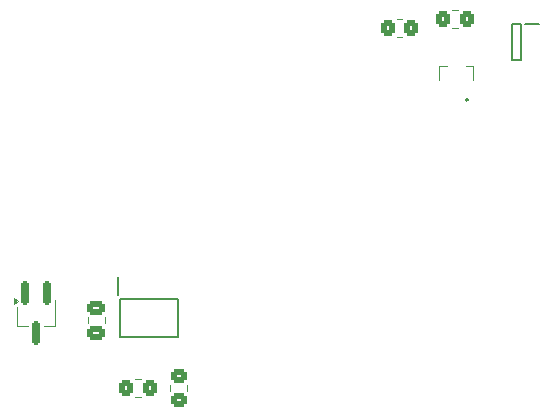
<source format=gbo>
G04 #@! TF.GenerationSoftware,KiCad,Pcbnew,8.0.8*
G04 #@! TF.CreationDate,2025-03-23T17:19:21+09:00*
G04 #@! TF.ProjectId,mainBorad,6d61696e-426f-4726-9164-2e6b69636164,rev?*
G04 #@! TF.SameCoordinates,Original*
G04 #@! TF.FileFunction,Legend,Bot*
G04 #@! TF.FilePolarity,Positive*
%FSLAX46Y46*%
G04 Gerber Fmt 4.6, Leading zero omitted, Abs format (unit mm)*
G04 Created by KiCad (PCBNEW 8.0.8) date 2025-03-23 17:19:21*
%MOMM*%
%LPD*%
G01*
G04 APERTURE LIST*
G04 Aperture macros list*
%AMRoundRect*
0 Rectangle with rounded corners*
0 $1 Rounding radius*
0 $2 $3 $4 $5 $6 $7 $8 $9 X,Y pos of 4 corners*
0 Add a 4 corners polygon primitive as box body*
4,1,4,$2,$3,$4,$5,$6,$7,$8,$9,$2,$3,0*
0 Add four circle primitives for the rounded corners*
1,1,$1+$1,$2,$3*
1,1,$1+$1,$4,$5*
1,1,$1+$1,$6,$7*
1,1,$1+$1,$8,$9*
0 Add four rect primitives between the rounded corners*
20,1,$1+$1,$2,$3,$4,$5,0*
20,1,$1+$1,$4,$5,$6,$7,0*
20,1,$1+$1,$6,$7,$8,$9,0*
20,1,$1+$1,$8,$9,$2,$3,0*%
G04 Aperture macros list end*
%ADD10C,0.120000*%
%ADD11C,0.200000*%
%ADD12C,0.100000*%
%ADD13C,1.600000*%
%ADD14O,1.600000X1.600000*%
%ADD15C,2.450000*%
%ADD16C,2.300000*%
%ADD17R,1.600000X2.400000*%
%ADD18O,1.600000X2.400000*%
%ADD19R,1.217000X1.217000*%
%ADD20C,1.217000*%
%ADD21R,1.800000X1.800000*%
%ADD22O,1.800000X1.800000*%
%ADD23C,1.800000*%
%ADD24C,4.455000*%
%ADD25R,1.100000X1.800000*%
%ADD26RoundRect,0.275000X-0.275000X-0.625000X0.275000X-0.625000X0.275000X0.625000X-0.275000X0.625000X0*%
%ADD27R,1.200000X1.200000*%
%ADD28C,1.200000*%
%ADD29R,1.600000X1.600000*%
%ADD30R,2.400000X1.600000*%
%ADD31O,2.400000X1.600000*%
%ADD32R,1.700000X1.700000*%
%ADD33O,1.700000X1.700000*%
%ADD34R,1.800000X1.100000*%
%ADD35RoundRect,0.275000X-0.625000X0.275000X-0.625000X-0.275000X0.625000X-0.275000X0.625000X0.275000X0*%
%ADD36C,1.635000*%
%ADD37R,2.200000X2.200000*%
%ADD38O,2.200000X2.200000*%
%ADD39RoundRect,0.275000X0.625000X-0.275000X0.625000X0.275000X-0.625000X0.275000X-0.625000X-0.275000X0*%
%ADD40RoundRect,0.275000X0.275000X0.625000X-0.275000X0.625000X-0.275000X-0.625000X0.275000X-0.625000X0*%
%ADD41RoundRect,0.250000X-0.600000X-0.725000X0.600000X-0.725000X0.600000X0.725000X-0.600000X0.725000X0*%
%ADD42O,1.700000X1.950000*%
%ADD43R,2.250000X2.250000*%
%ADD44C,2.250000*%
%ADD45R,1.500000X1.500000*%
%ADD46C,1.500000*%
%ADD47C,4.350000*%
%ADD48C,2.400000*%
%ADD49R,1.305000X1.305000*%
%ADD50C,1.305000*%
%ADD51C,1.575000*%
%ADD52C,3.500000*%
%ADD53R,2.000000X1.905000*%
%ADD54O,2.000000X1.905000*%
%ADD55R,3.500000X3.500000*%
%ADD56RoundRect,0.750000X-1.000000X0.750000X-1.000000X-0.750000X1.000000X-0.750000X1.000000X0.750000X0*%
%ADD57RoundRect,0.875000X-0.875000X0.875000X-0.875000X-0.875000X0.875000X-0.875000X0.875000X0.875000X0*%
%ADD58R,2.000000X2.000000*%
%ADD59C,2.000000*%
%ADD60RoundRect,0.250000X0.350000X0.450000X-0.350000X0.450000X-0.350000X-0.450000X0.350000X-0.450000X0*%
%ADD61RoundRect,0.250000X0.450000X-0.350000X0.450000X0.350000X-0.450000X0.350000X-0.450000X-0.350000X0*%
%ADD62R,1.150000X0.600000*%
%ADD63RoundRect,0.250000X0.475000X-0.337500X0.475000X0.337500X-0.475000X0.337500X-0.475000X-0.337500X0*%
%ADD64RoundRect,0.250000X-0.350000X-0.450000X0.350000X-0.450000X0.350000X0.450000X-0.350000X0.450000X0*%
%ADD65R,0.950000X1.000000*%
%ADD66RoundRect,0.175000X-0.175000X0.825000X-0.175000X-0.825000X0.175000X-0.825000X0.175000X0.825000X0*%
%ADD67R,0.650000X1.551000*%
G04 APERTURE END LIST*
D10*
X107357936Y-39270000D02*
X107812064Y-39270000D01*
X107357936Y-40740000D02*
X107812064Y-40740000D01*
X88165000Y-70257936D02*
X88165000Y-70712064D01*
X89635000Y-70257936D02*
X89635000Y-70712064D01*
D11*
X117130000Y-39715000D02*
X117880000Y-39715000D01*
X117130000Y-42715000D02*
X117130000Y-39715000D01*
X117880000Y-39715000D02*
X117880000Y-42715000D01*
X117880000Y-42715000D02*
X117130000Y-42715000D01*
X118230000Y-39715000D02*
X119380000Y-39715000D01*
D10*
X81180000Y-64508748D02*
X81180000Y-65031252D01*
X82650000Y-64508748D02*
X82650000Y-65031252D01*
X85682064Y-69750000D02*
X85227936Y-69750000D01*
X85682064Y-71220000D02*
X85227936Y-71220000D01*
D12*
X110945000Y-43255000D02*
X111595000Y-43255000D01*
X110945000Y-44405000D02*
X110945000Y-43255000D01*
X113195000Y-43255000D02*
X113845000Y-43255000D01*
D11*
X113195000Y-46105000D02*
X113195000Y-46105000D01*
X113395000Y-46105000D02*
X113395000Y-46105000D01*
D12*
X113845000Y-43255000D02*
X113845000Y-44405000D01*
D11*
X113195000Y-46105000D02*
G75*
G02*
X113395000Y-46105000I100000J0D01*
G01*
X113395000Y-46105000D02*
G75*
G02*
X113195000Y-46105000I-100000J0D01*
G01*
D10*
X75225000Y-65210000D02*
X75225000Y-63610000D01*
X76135000Y-65210000D02*
X75235000Y-65210000D01*
X78445000Y-65210000D02*
X77535000Y-65210000D01*
X78445000Y-65210000D02*
X78445000Y-63060000D01*
X75275000Y-63110000D02*
X74945000Y-63350000D01*
X74945000Y-62870000D01*
X75275000Y-63110000D01*
G36*
X75275000Y-63110000D02*
G01*
X74945000Y-63350000D01*
X74945000Y-62870000D01*
X75275000Y-63110000D01*
G37*
D11*
X83780000Y-62628500D02*
X83780000Y-61077500D01*
X83916000Y-62978500D02*
X88804000Y-62978500D01*
X83916000Y-66176500D02*
X83916000Y-62978500D01*
X88804000Y-62978500D02*
X88804000Y-66176500D01*
X88804000Y-66176500D02*
X83916000Y-66176500D01*
D10*
X112511064Y-38508000D02*
X112056936Y-38508000D01*
X112511064Y-39978000D02*
X112056936Y-39978000D01*
%LPC*%
D13*
X69330000Y-116165000D03*
D14*
X69330000Y-118705000D03*
D15*
X152770000Y-32805000D03*
X152220000Y-27305000D03*
X157720000Y-27305000D03*
D16*
X157170000Y-32805000D03*
D13*
X168275000Y-120650000D03*
D14*
X165735000Y-120650000D03*
D13*
X77470000Y-123375000D03*
D14*
X77470000Y-125915000D03*
D13*
X53340000Y-138430000D03*
D14*
X55880000Y-138430000D03*
D17*
X217790000Y-122555000D03*
D18*
X215250000Y-122555000D03*
X212710000Y-122555000D03*
X210170000Y-122555000D03*
X207630000Y-122555000D03*
X205090000Y-122555000D03*
X202550000Y-122555000D03*
X200010000Y-122555000D03*
X200010000Y-130175000D03*
X202550000Y-130175000D03*
X205090000Y-130175000D03*
X207630000Y-130175000D03*
X210170000Y-130175000D03*
X212710000Y-130175000D03*
X215250000Y-130175000D03*
X217790000Y-130175000D03*
D19*
X34925000Y-139065000D03*
D20*
X34925000Y-136525000D03*
X34925000Y-133985000D03*
D15*
X165650000Y-32805000D03*
X165100000Y-27305000D03*
X170600000Y-27305000D03*
D16*
X170050000Y-32805000D03*
D21*
X176530000Y-82550000D03*
D22*
X173990000Y-82550000D03*
D19*
X34145000Y-116205000D03*
D20*
X34145000Y-113665000D03*
X34145000Y-111125000D03*
D13*
X165960000Y-123825000D03*
D14*
X168500000Y-123825000D03*
D13*
X167230000Y-59055000D03*
D14*
X169770000Y-59055000D03*
D13*
X92075000Y-116840000D03*
D14*
X92075000Y-119380000D03*
D23*
X153685000Y-67865000D03*
X153685000Y-65365000D03*
X153685000Y-62865000D03*
D24*
X146685000Y-69765000D03*
X146685000Y-60965000D03*
D13*
X162560000Y-46130000D03*
D14*
X162560000Y-43590000D03*
D13*
X106680000Y-133985000D03*
D14*
X109220000Y-133985000D03*
D25*
X165735000Y-83585000D03*
D26*
X167005000Y-81515000D03*
X168275000Y-83585000D03*
D13*
X182245000Y-82550000D03*
D14*
X179705000Y-82550000D03*
D27*
X112935000Y-138430000D03*
D28*
X114935000Y-138430000D03*
D13*
X139065000Y-116840000D03*
X139065000Y-121840000D03*
X85725000Y-128905000D03*
D14*
X83185000Y-128905000D03*
D13*
X66900000Y-133350000D03*
D14*
X69440000Y-133350000D03*
D13*
X37320000Y-127000000D03*
X32320000Y-127000000D03*
D29*
X179295000Y-135160000D03*
D13*
X179295000Y-137160000D03*
X198345000Y-118745000D03*
D14*
X198345000Y-116205000D03*
D27*
X178975000Y-71120000D03*
D28*
X180975000Y-71120000D03*
D30*
X41275000Y-119380000D03*
D31*
X41275000Y-121920000D03*
X41275000Y-124460000D03*
X41275000Y-127000000D03*
X48895000Y-127000000D03*
X48895000Y-124460000D03*
X48895000Y-121920000D03*
X48895000Y-119380000D03*
D13*
X53565000Y-133350000D03*
D14*
X56105000Y-133350000D03*
D13*
X217790000Y-118745000D03*
D14*
X217790000Y-116205000D03*
D13*
X160245000Y-55880000D03*
D14*
X162785000Y-55880000D03*
D13*
X214615000Y-118745000D03*
D14*
X214615000Y-116205000D03*
D13*
X135255000Y-76530000D03*
X135255000Y-71530000D03*
X186055000Y-82550000D03*
D14*
X188595000Y-82550000D03*
D32*
X68580000Y-109855000D03*
X192405000Y-63000000D03*
D33*
X194945000Y-63000000D03*
D34*
X84055000Y-123190000D03*
D35*
X86125000Y-124460000D03*
X84055000Y-125730000D03*
D13*
X105410000Y-116205000D03*
X110410000Y-116205000D03*
D19*
X188185000Y-114300000D03*
D20*
X185645000Y-114300000D03*
X183105000Y-114300000D03*
D13*
X47625000Y-133350000D03*
D14*
X45085000Y-133350000D03*
D13*
X199375000Y-135890000D03*
D14*
X199375000Y-133350000D03*
D34*
X114535000Y-121285000D03*
D35*
X116605000Y-122555000D03*
X114535000Y-123825000D03*
D36*
X34925000Y-96000000D03*
X37465000Y-96000000D03*
X40005000Y-96000000D03*
X32385000Y-96000000D03*
X42545000Y-96000000D03*
D13*
X123432600Y-116285000D03*
X123432600Y-121285000D03*
X135255000Y-60325000D03*
D14*
X135255000Y-57785000D03*
D29*
X47030000Y-53975000D03*
D13*
X49530000Y-53975000D03*
D37*
X49312200Y-60325000D03*
D38*
X44232200Y-60325000D03*
D13*
X140560000Y-129460000D03*
D14*
X143100000Y-129460000D03*
D13*
X69810000Y-46990000D03*
X64810000Y-46990000D03*
X49570000Y-68580000D03*
X54570000Y-68580000D03*
D30*
X176530000Y-38005000D03*
D31*
X176530000Y-40545000D03*
X176530000Y-43085000D03*
X176530000Y-45625000D03*
X176530000Y-48165000D03*
X176530000Y-50705000D03*
X176530000Y-53245000D03*
X184150000Y-53245000D03*
X184150000Y-50705000D03*
X184150000Y-48165000D03*
X184150000Y-45625000D03*
X184150000Y-43085000D03*
X184150000Y-40545000D03*
X184150000Y-38005000D03*
D13*
X85725000Y-116840000D03*
D14*
X85725000Y-119380000D03*
D30*
X128157600Y-123190000D03*
D31*
X128157600Y-125730000D03*
X128157600Y-128270000D03*
X135777600Y-128270000D03*
X135777600Y-125730000D03*
X135777600Y-123190000D03*
D13*
X142240000Y-125730000D03*
D14*
X139700000Y-125730000D03*
D34*
X169145000Y-50165000D03*
D35*
X171215000Y-51435000D03*
X169145000Y-52705000D03*
D13*
X184215000Y-123825000D03*
X189215000Y-123825000D03*
X174360000Y-129540000D03*
D14*
X174360000Y-132080000D03*
D21*
X162150000Y-123825000D03*
D22*
X159610000Y-123825000D03*
D13*
X213545000Y-68580000D03*
D14*
X211005000Y-68580000D03*
D13*
X135890000Y-132715000D03*
D14*
X133350000Y-132715000D03*
D13*
X46765000Y-106680000D03*
D14*
X44225000Y-106680000D03*
D34*
X122205000Y-139065000D03*
D39*
X120135000Y-137795000D03*
X122205000Y-136525000D03*
D34*
X61995000Y-140335000D03*
D39*
X59925000Y-139065000D03*
X61995000Y-137795000D03*
D27*
X120015000Y-144780000D03*
D28*
X122015000Y-144780000D03*
D25*
X91440000Y-129775000D03*
D40*
X90170000Y-131845000D03*
X88900000Y-129775000D03*
D32*
X219000000Y-44540000D03*
D33*
X219000000Y-42000000D03*
D27*
X141510000Y-110490000D03*
D28*
X143510000Y-110490000D03*
D13*
X169545000Y-78105000D03*
D14*
X169545000Y-75565000D03*
D21*
X188595000Y-51340000D03*
D22*
X188595000Y-48800000D03*
D13*
X90805000Y-137795000D03*
D14*
X88265000Y-137795000D03*
D13*
X158115000Y-83105000D03*
X158115000Y-78105000D03*
D41*
X64930000Y-80645000D03*
D42*
X67430000Y-80645000D03*
X69930000Y-80645000D03*
X72430000Y-80645000D03*
X74930000Y-80645000D03*
D15*
X139700000Y-32805000D03*
X139150000Y-27305000D03*
X144650000Y-27305000D03*
D16*
X144100000Y-32805000D03*
D32*
X36830000Y-37465000D03*
D33*
X39370000Y-37465000D03*
D13*
X65520000Y-118665000D03*
X65520000Y-113665000D03*
D27*
X149130000Y-132635000D03*
D28*
X151130000Y-132635000D03*
D29*
X56047000Y-80518000D03*
D13*
X58547000Y-80518000D03*
X152400000Y-51210000D03*
D14*
X152400000Y-48670000D03*
D13*
X218425000Y-135890000D03*
D14*
X218425000Y-133350000D03*
D32*
X49530000Y-37465000D03*
D33*
X46990000Y-37465000D03*
D13*
X135665000Y-136525000D03*
D14*
X133125000Y-136525000D03*
D29*
X197470000Y-109895000D03*
D13*
X197470000Y-112395000D03*
X114300000Y-133985000D03*
D14*
X111760000Y-133985000D03*
D13*
X155575000Y-51210000D03*
D14*
X155575000Y-48670000D03*
D30*
X95210000Y-128920000D03*
D31*
X95210000Y-131460000D03*
X95210000Y-134000000D03*
X102830000Y-134000000D03*
X102830000Y-131460000D03*
X102830000Y-128920000D03*
D13*
X173990000Y-120650000D03*
D14*
X171450000Y-120650000D03*
D29*
X179295000Y-120690000D03*
D13*
X179295000Y-123190000D03*
X60325000Y-133350000D03*
D14*
X62865000Y-133350000D03*
D19*
X34925000Y-45720000D03*
D20*
X40025000Y-48310000D03*
D34*
X55455000Y-123190000D03*
D39*
X53385000Y-121920000D03*
X55455000Y-120650000D03*
D21*
X188595000Y-45625000D03*
D22*
X188595000Y-43085000D03*
D30*
X36180000Y-79385000D03*
D31*
X36180000Y-81925000D03*
X36180000Y-84465000D03*
X36180000Y-87005000D03*
X43800000Y-87005000D03*
X43800000Y-84465000D03*
X43800000Y-81925000D03*
X43800000Y-79385000D03*
D13*
X182655000Y-59055000D03*
D14*
X180115000Y-59055000D03*
D32*
X60960000Y-73025000D03*
D33*
X63500000Y-73025000D03*
X66040000Y-73025000D03*
D21*
X158975000Y-128905000D03*
D22*
X156435000Y-128905000D03*
D13*
X175895000Y-65405000D03*
D14*
X173355000Y-65405000D03*
D43*
X104380000Y-34290000D03*
D44*
X111880000Y-34290000D03*
X119380000Y-34290000D03*
X106880000Y-36790000D03*
X116880000Y-36790000D03*
X106880000Y-24390000D03*
X116880000Y-24390000D03*
D29*
X194295000Y-133350000D03*
D13*
X194295000Y-135850000D03*
D27*
X142145000Y-137795000D03*
D28*
X144145000Y-137795000D03*
D29*
X203820000Y-116245000D03*
D13*
X203820000Y-118745000D03*
D25*
X173355000Y-58820000D03*
D26*
X174625000Y-56750000D03*
X175895000Y-58820000D03*
D13*
X97155000Y-137795000D03*
D14*
X99695000Y-137795000D03*
D34*
X108185000Y-109855000D03*
D35*
X110255000Y-111125000D03*
X108185000Y-112395000D03*
D27*
X148495000Y-110490000D03*
D28*
X150495000Y-110490000D03*
D36*
X62865000Y-30225000D03*
X65405000Y-30225000D03*
X67945000Y-30225000D03*
X67945000Y-25145000D03*
X62865000Y-25145000D03*
D34*
X67825000Y-124420000D03*
D39*
X65755000Y-123150000D03*
X67825000Y-121880000D03*
D13*
X149225000Y-118030000D03*
D14*
X151765000Y-118030000D03*
D13*
X207645000Y-83820000D03*
D14*
X205105000Y-83820000D03*
D21*
X188595000Y-57055000D03*
D22*
X188595000Y-54515000D03*
D13*
X188595000Y-38005000D03*
D14*
X188595000Y-40545000D03*
D32*
X142235000Y-40005000D03*
D33*
X139695000Y-40005000D03*
X137155000Y-40005000D03*
X134615000Y-40005000D03*
X132075000Y-40005000D03*
D13*
X162150000Y-120650000D03*
D14*
X159610000Y-120650000D03*
D25*
X193040000Y-77235000D03*
D26*
X194310000Y-75165000D03*
X195580000Y-77235000D03*
D13*
X75565000Y-109855000D03*
D14*
X73025000Y-109855000D03*
D45*
X67310000Y-99550000D03*
D46*
X67310000Y-97050000D03*
X67310000Y-94550000D03*
X67310000Y-92050000D03*
D47*
X56310000Y-101600000D03*
X56310000Y-90000000D03*
D45*
X114946700Y-98635000D03*
D46*
X114946700Y-100635000D03*
X114946700Y-90635000D03*
X114946700Y-96635000D03*
X114946700Y-94635000D03*
X114946700Y-92635000D03*
D24*
X103946700Y-101435000D03*
X103946700Y-89835000D03*
D13*
X208055000Y-68580000D03*
D14*
X205515000Y-68580000D03*
D48*
X210185000Y-30945000D03*
X193885000Y-30945000D03*
X210185000Y-24645000D03*
X193885000Y-24645000D03*
X210185000Y-37245000D03*
X193885000Y-37245000D03*
D13*
X49911000Y-79121000D03*
D14*
X47371000Y-79121000D03*
D32*
X36825000Y-41910000D03*
D33*
X39365000Y-41910000D03*
D13*
X160020000Y-59690000D03*
D14*
X162560000Y-59690000D03*
D13*
X82550000Y-116840000D03*
D14*
X82550000Y-119380000D03*
D32*
X175485000Y-113030000D03*
D33*
X172945000Y-113030000D03*
D27*
X178975000Y-76835000D03*
D28*
X180975000Y-76835000D03*
D45*
X212090000Y-99380000D03*
D46*
X212090000Y-96880000D03*
X212090000Y-94380000D03*
X212090000Y-91880000D03*
D47*
X201090000Y-101430000D03*
X201090000Y-89830000D03*
D34*
X91725000Y-125730000D03*
D39*
X89655000Y-124460000D03*
X91725000Y-123190000D03*
D13*
X161810000Y-78105000D03*
D14*
X161810000Y-75565000D03*
D13*
X173355000Y-78105000D03*
D14*
X173355000Y-75565000D03*
D13*
X202550000Y-135890000D03*
D14*
X202550000Y-133350000D03*
D45*
X186851700Y-99412500D03*
D46*
X186851700Y-96912500D03*
X186851700Y-94412500D03*
X186851700Y-91912500D03*
D47*
X175851700Y-101462500D03*
X175851700Y-89862500D03*
D27*
X74835000Y-115570000D03*
D28*
X76835000Y-115570000D03*
D32*
X77470000Y-51060000D03*
D33*
X80010000Y-51060000D03*
X82550000Y-51060000D03*
D29*
X57190000Y-53975000D03*
D13*
X59690000Y-53975000D03*
X161515000Y-69215000D03*
D14*
X164055000Y-69215000D03*
D13*
X211440000Y-118745000D03*
D14*
X211440000Y-116205000D03*
D13*
X213345000Y-109220000D03*
X218345000Y-109220000D03*
D32*
X97790000Y-80665000D03*
D33*
X100330000Y-80665000D03*
X102870000Y-80665000D03*
X105410000Y-80665000D03*
X107950000Y-80665000D03*
X110490000Y-80665000D03*
X113030000Y-80665000D03*
X115570000Y-80665000D03*
D13*
X169545000Y-65405000D03*
D14*
X167005000Y-65405000D03*
D13*
X132080000Y-60325000D03*
D14*
X132080000Y-57785000D03*
D27*
X135890000Y-140970000D03*
D28*
X137890000Y-140970000D03*
D13*
X71120000Y-53975000D03*
D14*
X63500000Y-53975000D03*
D49*
X61595000Y-41275000D03*
D50*
X64135000Y-41275000D03*
X66675000Y-41275000D03*
D13*
X215250000Y-135890000D03*
D14*
X215250000Y-133350000D03*
D30*
X41550000Y-110520000D03*
D31*
X41550000Y-113060000D03*
X41550000Y-115600000D03*
X49170000Y-115600000D03*
X49170000Y-113060000D03*
X49170000Y-110520000D03*
D13*
X36050000Y-122555000D03*
D14*
X33510000Y-122555000D03*
D27*
X80550000Y-136525000D03*
D28*
X82550000Y-136525000D03*
D13*
X128270000Y-140335000D03*
D14*
X130810000Y-140335000D03*
D13*
X113665000Y-116205000D03*
X118665000Y-116205000D03*
X212075000Y-135890000D03*
D14*
X212075000Y-133350000D03*
D13*
X194930000Y-118745000D03*
D14*
X194930000Y-116205000D03*
D13*
X208265000Y-118745000D03*
D14*
X208265000Y-116205000D03*
D13*
X130175000Y-136525000D03*
D14*
X127635000Y-136525000D03*
D13*
X77470000Y-129540000D03*
D14*
X77470000Y-132080000D03*
D34*
X108185000Y-121285000D03*
D35*
X110255000Y-122555000D03*
X108185000Y-123825000D03*
D13*
X36050000Y-106045000D03*
D14*
X33510000Y-106045000D03*
D21*
X149225000Y-121840000D03*
D22*
X151765000Y-121840000D03*
D34*
X101835000Y-109855000D03*
D35*
X103905000Y-111125000D03*
X101835000Y-112395000D03*
D29*
X199430000Y-76200000D03*
D13*
X201930000Y-76200000D03*
X163420000Y-136525000D03*
D14*
X165960000Y-136525000D03*
D32*
X49530000Y-41910000D03*
D33*
X46990000Y-41910000D03*
D19*
X86360000Y-109710000D03*
D20*
X83820000Y-109710000D03*
X81280000Y-109710000D03*
D34*
X122320000Y-131445000D03*
D39*
X120250000Y-130175000D03*
X122320000Y-128905000D03*
D13*
X59055000Y-107315000D03*
D14*
X56515000Y-107315000D03*
D25*
X186690000Y-77235000D03*
D26*
X187960000Y-75165000D03*
X189230000Y-77235000D03*
D30*
X128157600Y-114300000D03*
D31*
X128157600Y-116840000D03*
X128157600Y-119380000D03*
X135777600Y-119380000D03*
X135777600Y-116840000D03*
X135777600Y-114300000D03*
D13*
X49610000Y-74295000D03*
X54610000Y-74295000D03*
X60365000Y-128270000D03*
X65365000Y-128270000D03*
D34*
X162795000Y-50165000D03*
D35*
X164865000Y-51435000D03*
X162795000Y-52705000D03*
D29*
X193635000Y-69380000D03*
D13*
X195635000Y-69380000D03*
D51*
X100965000Y-46670000D03*
X94465000Y-46670000D03*
X100965000Y-42170000D03*
X94465000Y-42170000D03*
D13*
X160245000Y-136525000D03*
D14*
X157705000Y-136525000D03*
D13*
X134227600Y-110490000D03*
D14*
X136767600Y-110490000D03*
D13*
X128270000Y-110490000D03*
D14*
X130810000Y-110490000D03*
D13*
X208900000Y-135890000D03*
D14*
X208900000Y-133350000D03*
D45*
X91278300Y-99522500D03*
D46*
X91278300Y-97022500D03*
X91278300Y-94522500D03*
X91278300Y-92022500D03*
D47*
X80278300Y-101572500D03*
X80278300Y-89972500D03*
D21*
X166370000Y-40415000D03*
D22*
X166370000Y-37875000D03*
D13*
X192390000Y-123825000D03*
D14*
X194930000Y-123825000D03*
D25*
X167005000Y-70885000D03*
D26*
X168275000Y-68815000D03*
X169545000Y-70885000D03*
D13*
X173355000Y-69215000D03*
D14*
X175895000Y-69215000D03*
D34*
X61360000Y-123190000D03*
D39*
X59290000Y-121920000D03*
X61360000Y-120650000D03*
D13*
X108585000Y-138430000D03*
D14*
X106045000Y-138430000D03*
D13*
X207855000Y-109220000D03*
D14*
X210395000Y-109220000D03*
D13*
X162745000Y-140335000D03*
X157745000Y-140335000D03*
X142875000Y-116840000D03*
X142875000Y-121840000D03*
D52*
X30035000Y-71120000D03*
D53*
X46695000Y-73660000D03*
D54*
X46695000Y-71120000D03*
X46695000Y-68580000D03*
D13*
X184135000Y-127000000D03*
X189135000Y-127000000D03*
D27*
X121825000Y-111125000D03*
D28*
X123825000Y-111125000D03*
D13*
X45085000Y-137160000D03*
D14*
X47625000Y-137160000D03*
D13*
X173990000Y-123825000D03*
D14*
X171450000Y-123825000D03*
D13*
X102155000Y-116205000D03*
X97155000Y-116205000D03*
X157295000Y-132080000D03*
X162295000Y-132080000D03*
X161290000Y-65405000D03*
D14*
X163830000Y-65405000D03*
D45*
X138915000Y-99495000D03*
D46*
X138915000Y-96995000D03*
X138915000Y-94495000D03*
X138915000Y-91995000D03*
D47*
X127915000Y-101545000D03*
X127915000Y-89945000D03*
D13*
X53340000Y-128270000D03*
D14*
X55880000Y-128270000D03*
D13*
X162560000Y-40415000D03*
D14*
X162560000Y-37875000D03*
D13*
X151130000Y-138350000D03*
D14*
X148590000Y-138350000D03*
D13*
X106680000Y-129540000D03*
D14*
X109220000Y-129540000D03*
D43*
X80885000Y-34290000D03*
D44*
X88385000Y-34290000D03*
X95885000Y-34290000D03*
X83385000Y-36790000D03*
X93385000Y-36790000D03*
X83385000Y-24390000D03*
X93385000Y-24390000D03*
D13*
X165735000Y-78105000D03*
D14*
X165735000Y-75565000D03*
D19*
X45710000Y-45695000D03*
D20*
X50810000Y-48285000D03*
D55*
X42545000Y-32035000D03*
D56*
X42545000Y-26035000D03*
D57*
X37845000Y-29035000D03*
D34*
X101200000Y-121285000D03*
D35*
X103270000Y-122555000D03*
X101200000Y-123825000D03*
D13*
X97155000Y-109220000D03*
D14*
X97155000Y-111760000D03*
D13*
X56555000Y-46990000D03*
X61555000Y-46990000D03*
D21*
X171040000Y-136525000D03*
D22*
X168500000Y-136525000D03*
D13*
X88900000Y-116840000D03*
D14*
X88900000Y-119380000D03*
D32*
X81915000Y-80645000D03*
D33*
X84455000Y-80645000D03*
X86995000Y-80645000D03*
X89535000Y-80645000D03*
D13*
X192390000Y-127000000D03*
D14*
X194930000Y-127000000D03*
D13*
X211045000Y-83820000D03*
D14*
X213585000Y-83820000D03*
D45*
X216000000Y-61550000D03*
D46*
X216000000Y-59050000D03*
X216000000Y-56550000D03*
X216000000Y-54050000D03*
D47*
X205000000Y-63600000D03*
X205000000Y-52000000D03*
D13*
X47752000Y-82550000D03*
D14*
X50292000Y-82550000D03*
D21*
X166370000Y-46130000D03*
D22*
X166370000Y-43590000D03*
D25*
X180565000Y-129775000D03*
D40*
X179295000Y-131845000D03*
X178025000Y-129775000D03*
D45*
X162883300Y-99440000D03*
D46*
X162883300Y-96940000D03*
X162883300Y-94440000D03*
X162883300Y-91940000D03*
D47*
X151883300Y-101490000D03*
X151883300Y-89890000D03*
D30*
X151115000Y-38110000D03*
D31*
X151115000Y-40650000D03*
X151115000Y-43190000D03*
X151115000Y-45730000D03*
X158735000Y-45730000D03*
X158735000Y-43190000D03*
X158735000Y-40650000D03*
X158735000Y-38110000D03*
D13*
X132080000Y-74070000D03*
D14*
X132080000Y-71530000D03*
D34*
X55530000Y-116840000D03*
D39*
X53460000Y-115570000D03*
X55530000Y-114300000D03*
D15*
X178350000Y-32805000D03*
X177800000Y-27305000D03*
X183300000Y-27305000D03*
D16*
X182750000Y-32805000D03*
D17*
X205750000Y-80025000D03*
D18*
X208290000Y-80025000D03*
X210830000Y-80025000D03*
X213370000Y-80025000D03*
X213370000Y-72405000D03*
X210830000Y-72405000D03*
X208290000Y-72405000D03*
X205750000Y-72405000D03*
D34*
X168960000Y-129540000D03*
D35*
X171030000Y-130810000D03*
X168960000Y-132080000D03*
D13*
X130175000Y-132715000D03*
D14*
X127635000Y-132715000D03*
D25*
X186690000Y-70885000D03*
D26*
X187960000Y-68815000D03*
X189230000Y-70885000D03*
D32*
X158975000Y-113030000D03*
D33*
X161515000Y-113030000D03*
X164055000Y-113030000D03*
D13*
X188370000Y-63500000D03*
D14*
X185830000Y-63500000D03*
D13*
X162375000Y-128905000D03*
D14*
X164915000Y-128905000D03*
D13*
X140560000Y-132715000D03*
D14*
X143100000Y-132715000D03*
D13*
X172085000Y-37465000D03*
X172085000Y-42465000D03*
D29*
X77470000Y-74950000D03*
D14*
X80010000Y-74950000D03*
X82550000Y-74950000D03*
X85090000Y-74950000D03*
X87630000Y-74950000D03*
X90170000Y-74950000D03*
X92710000Y-74950000D03*
X95250000Y-74950000D03*
X97790000Y-74950000D03*
X100330000Y-74950000D03*
X102870000Y-74950000D03*
X105410000Y-74950000D03*
X107950000Y-74950000D03*
X110490000Y-74950000D03*
X113030000Y-74950000D03*
X115570000Y-74950000D03*
X118110000Y-74950000D03*
X120650000Y-74950000D03*
X123190000Y-74950000D03*
X125730000Y-74950000D03*
X125730000Y-57150000D03*
X123190000Y-57150000D03*
X120650000Y-57150000D03*
X118110000Y-57150000D03*
X115570000Y-57150000D03*
X113030000Y-57150000D03*
X110490000Y-57150000D03*
X107950000Y-57150000D03*
X105410000Y-57150000D03*
X102870000Y-57150000D03*
X100330000Y-57150000D03*
X97790000Y-57150000D03*
X95250000Y-57150000D03*
X92710000Y-57150000D03*
X90170000Y-57150000D03*
X87630000Y-57150000D03*
X85090000Y-57150000D03*
X82550000Y-57150000D03*
X80010000Y-57150000D03*
X77470000Y-57150000D03*
D34*
X114060000Y-109855000D03*
D35*
X116130000Y-111125000D03*
X114060000Y-112395000D03*
D13*
X112395000Y-129540000D03*
D14*
X114935000Y-129540000D03*
D13*
X202550000Y-109220000D03*
D14*
X205090000Y-109220000D03*
D34*
X149460000Y-125015000D03*
D35*
X151530000Y-126285000D03*
X149460000Y-127555000D03*
D25*
X179705000Y-66440000D03*
D26*
X180975000Y-64370000D03*
X182245000Y-66440000D03*
D21*
X60325000Y-116840000D03*
D22*
X60325000Y-114300000D03*
D32*
X88900000Y-51040000D03*
D33*
X91440000Y-51040000D03*
X93980000Y-51040000D03*
X96520000Y-51040000D03*
X99060000Y-51040000D03*
X101600000Y-51040000D03*
D27*
X67215000Y-139065000D03*
D28*
X69215000Y-139065000D03*
D13*
X85725000Y-132080000D03*
D14*
X83185000Y-132080000D03*
D58*
X33827300Y-56515000D03*
D59*
X38827300Y-56515000D03*
D13*
X186280000Y-135030000D03*
D14*
X186280000Y-132490000D03*
D60*
X108585000Y-40005000D03*
X106585000Y-40005000D03*
D61*
X88900000Y-71485000D03*
X88900000Y-69485000D03*
D62*
X118805000Y-40265000D03*
X118805000Y-41215000D03*
X118805000Y-42165000D03*
X116205000Y-42165000D03*
X116205000Y-40265000D03*
D63*
X81915000Y-65807500D03*
X81915000Y-63732500D03*
D64*
X84455000Y-70485000D03*
X86455000Y-70485000D03*
D65*
X113345000Y-45205000D03*
X111445000Y-45205000D03*
X112395000Y-42805000D03*
D66*
X75885000Y-62435000D03*
X77785000Y-62435000D03*
X76835000Y-65835000D03*
D67*
X84455000Y-61852500D03*
X85725000Y-61852500D03*
X86995000Y-61852500D03*
X88265000Y-61852500D03*
X88265000Y-67302500D03*
X86995000Y-67302500D03*
X85725000Y-67302500D03*
X84455000Y-67302500D03*
D64*
X111284000Y-39243000D03*
X113284000Y-39243000D03*
%LPD*%
M02*

</source>
